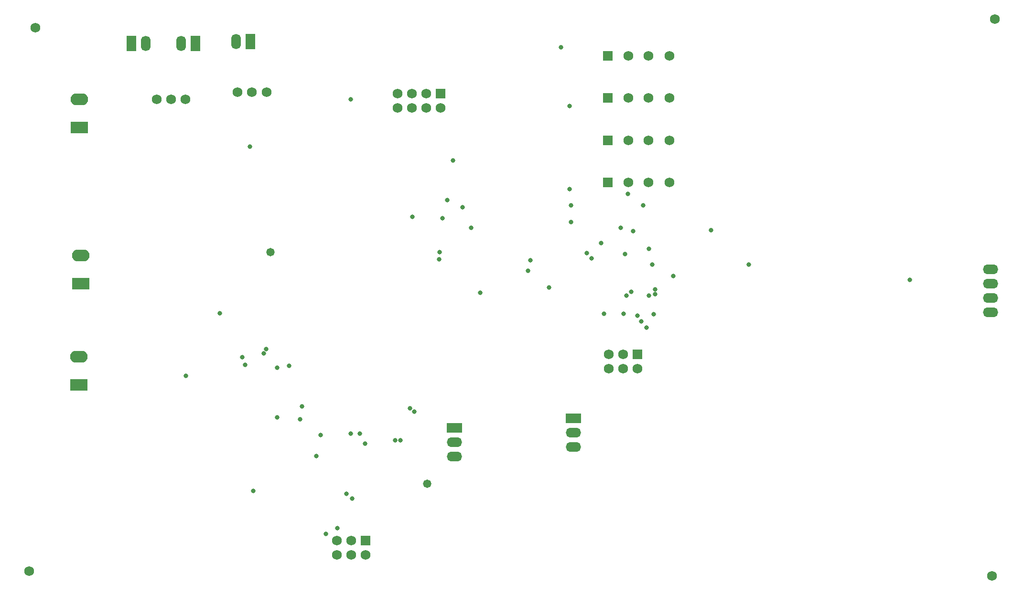
<source format=gbs>
G04 Layer_Color=16711935*
%FSLAX25Y25*%
%MOIN*%
G70*
G01*
G75*
%ADD55C,0.06800*%
%ADD56R,0.06800X0.06800*%
%ADD57O,0.10642X0.06800*%
%ADD58O,0.10642X0.06706*%
%ADD59O,0.06800X0.10642*%
%ADD60R,0.06800X0.10642*%
%ADD61R,0.10642X0.06800*%
%ADD62R,0.12217X0.08280*%
%ADD63O,0.12217X0.08280*%
%ADD64C,0.03300*%
%ADD65C,0.05800*%
D55*
X455315Y373031D02*
D03*
X440748D02*
D03*
X426575D02*
D03*
X423071Y164528D02*
D03*
X413071D02*
D03*
X433071Y154528D02*
D03*
X423071D02*
D03*
X413071D02*
D03*
X97441Y342520D02*
D03*
X117717D02*
D03*
X107579D02*
D03*
X295748Y336457D02*
D03*
X285648D02*
D03*
Y346457D02*
D03*
X275448Y336557D02*
D03*
X275748Y346457D02*
D03*
X265748Y336557D02*
D03*
Y346457D02*
D03*
X223268Y24606D02*
D03*
X233268D02*
D03*
X243268D02*
D03*
X223268Y34606D02*
D03*
X233268D02*
D03*
X426575Y343504D02*
D03*
X440748D02*
D03*
X455315D02*
D03*
Y313976D02*
D03*
X440748D02*
D03*
X426575D02*
D03*
Y284449D02*
D03*
X440748D02*
D03*
X455315D02*
D03*
X682087Y398622D02*
D03*
X680118Y9843D02*
D03*
X8661Y13189D02*
D03*
X12795Y392717D02*
D03*
X153937Y347441D02*
D03*
X174213D02*
D03*
X164075D02*
D03*
D56*
X412402Y373031D02*
D03*
X433071Y164528D02*
D03*
X295648Y346557D02*
D03*
X243268Y34606D02*
D03*
X412402Y343504D02*
D03*
Y313976D02*
D03*
Y284449D02*
D03*
D57*
X679134Y213740D02*
D03*
Y203740D02*
D03*
Y223740D02*
D03*
X388189Y110039D02*
D03*
Y100039D02*
D03*
X305118Y103110D02*
D03*
Y93110D02*
D03*
D58*
X679134Y193740D02*
D03*
D59*
X90039Y381693D02*
D03*
X114567D02*
D03*
X152874Y382874D02*
D03*
D60*
X80039Y381693D02*
D03*
X124567D02*
D03*
X162874Y382874D02*
D03*
D61*
X388189Y120039D02*
D03*
X305118Y113110D02*
D03*
D62*
X43307Y143110D02*
D03*
X44488Y213976D02*
D03*
X43504Y322835D02*
D03*
D63*
X43307Y162795D02*
D03*
X44488Y233661D02*
D03*
X43504Y342520D02*
D03*
D64*
X316929Y252953D02*
D03*
X223425Y43307D02*
D03*
X215650Y39370D02*
D03*
X623032Y216535D02*
D03*
X358268Y230315D02*
D03*
X407480Y242126D02*
D03*
X440945Y238189D02*
D03*
X421260Y252953D02*
D03*
X437008Y268701D02*
D03*
X400984Y231693D02*
D03*
X397638Y235236D02*
D03*
X426181Y276575D02*
D03*
X386614Y268504D02*
D03*
Y256890D02*
D03*
X409449Y192913D02*
D03*
X423228D02*
D03*
X189764Y156496D02*
D03*
X484252Y251378D02*
D03*
X385433Y279724D02*
D03*
X385630Y337992D02*
D03*
X379724Y378740D02*
D03*
X356693Y223031D02*
D03*
X371260Y211221D02*
D03*
X296850Y259646D02*
D03*
X311024Y267126D02*
D03*
X323228Y207677D02*
D03*
X444095Y192717D02*
D03*
X443307Y227362D02*
D03*
X424409Y234449D02*
D03*
X428739Y208070D02*
D03*
X440945Y205709D02*
D03*
X439370Y183268D02*
D03*
X277165Y124606D02*
D03*
X267717Y104528D02*
D03*
X233858Y63976D02*
D03*
X435433Y187598D02*
D03*
X274410Y126969D02*
D03*
X263779Y104528D02*
D03*
X229921Y67126D02*
D03*
X294881Y236023D02*
D03*
X294488Y230906D02*
D03*
X433071Y191535D02*
D03*
X445276Y206496D02*
D03*
X300394Y272244D02*
D03*
X275984Y260433D02*
D03*
X445276Y210039D02*
D03*
X425196Y205708D02*
D03*
X510630Y227362D02*
D03*
X457874Y219094D02*
D03*
X429921Y250590D02*
D03*
X239370Y109252D02*
D03*
X164961Y69095D02*
D03*
X242913Y102165D02*
D03*
X233071Y109251D02*
D03*
X174015Y168307D02*
D03*
X172146Y165059D02*
D03*
X197638Y119095D02*
D03*
X181594Y120669D02*
D03*
X159350Y157382D02*
D03*
X198917Y128150D02*
D03*
X211811Y108071D02*
D03*
X157382Y162500D02*
D03*
X208760Y93504D02*
D03*
X141535Y193307D02*
D03*
X181496Y155315D02*
D03*
X117815Y149705D02*
D03*
X304134Y300000D02*
D03*
X233071Y342717D02*
D03*
X162598Y309646D02*
D03*
D65*
X176772Y236024D02*
D03*
X286221Y74213D02*
D03*
M02*

</source>
